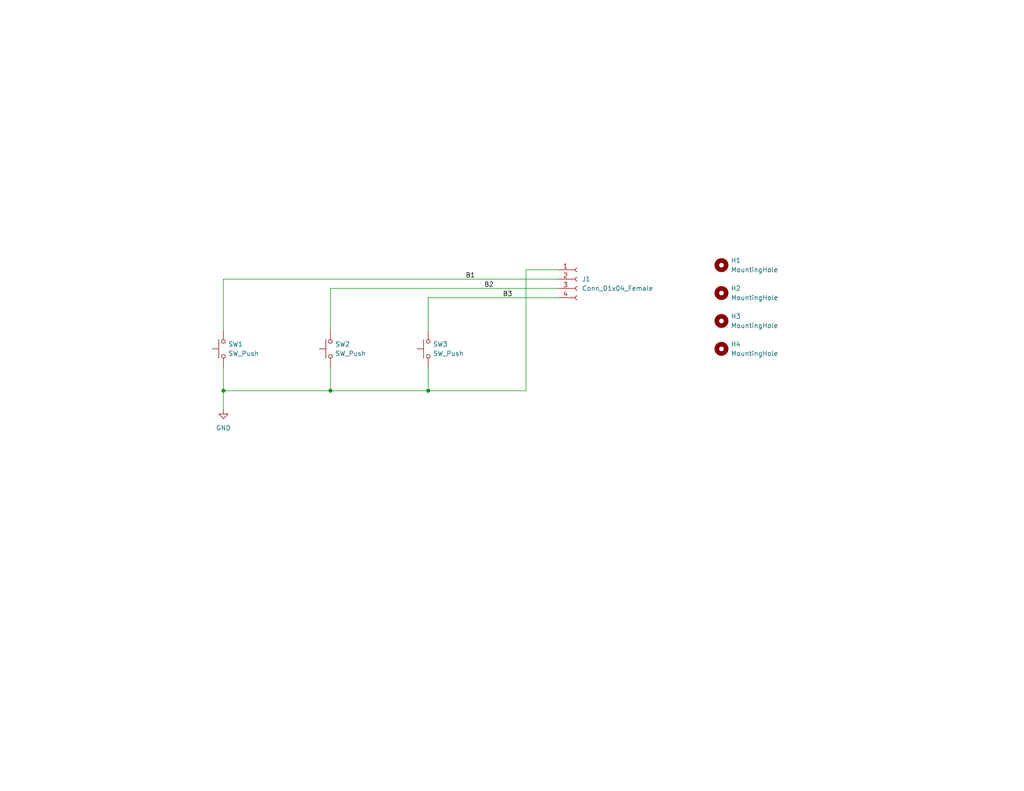
<source format=kicad_sch>
(kicad_sch (version 20211123) (generator eeschema)
  (paper "USLetter")
  (title_block (title "5 Band CW Tranceiver Button Board") (date "2022-03-24"))
  (lib_symbols
    (symbol "Connector:Conn_01x04_Female" (pin_names (offset 1.016) hide)
      (property "Reference" "J" (at 0 5.08 0))
      (property "Value" "Conn_01x04_Female" (at 0 -7.62 0))
      (symbol "Conn_01x04_Female_1_1"
        (arc (start 0 -4.572) (mid -0.508 -5.08) (end 0 -5.588) (stroke (width 0.1524)))
        (arc (start 0 -2.032) (mid -0.508 -2.54) (end 0 -3.048) (stroke (width 0.1524)))
        (polyline (pts (xy -1.27 -5.08) (xy -0.508 -5.08)) (stroke (width 0.1524)))
        (polyline (pts (xy -1.27 -2.54) (xy -0.508 -2.54)) (stroke (width 0.1524)))
        (polyline (pts (xy -1.27 0) (xy -0.508 0)) (stroke (width 0.1524)))
        (polyline (pts (xy -1.27 2.54) (xy -0.508 2.54)) (stroke (width 0.1524)))
        (arc (start 0 0.508) (mid -0.508 0) (end 0 -0.508) (stroke (width 0.1524)))
        (arc (start 0 3.048) (mid -0.508 2.54) (end 0 2.032) (stroke (width 0.1524)))
        (pin passive line (at -5.08 2.54 0) (length 3.81) (name "Pin_1") (number "1"))
        (pin passive line (at -5.08 0 0) (length 3.81) (name "Pin_2") (number "2"))
        (pin passive line (at -5.08 -2.54 0) (length 3.81) (name "Pin_3") (number "3"))
        (pin passive line (at -5.08 -5.08 0) (length 3.81) (name "Pin_4") (number "4"))
      )
    )
    (symbol "Mechanical:MountingHole" (pin_names (offset 1.016))
      (property "Reference" "H" (at 0 5.08 0))
      (property "Value" "MountingHole" (at 0 3.175 0))
      (symbol "MountingHole_0_1"
        (circle (center 0 0) (radius 1.27) (stroke (width 1.27)))
      )
    )
    (symbol "Switch:SW_Push" (pin_numbers hide) (pin_names (offset 1.016) hide)
      (property "Reference" "SW" (at 1.27 2.54 0))
      (property "Value" "SW_Push" (at 0 -1.524 0))
      (symbol "SW_Push_0_1"
        (circle (center -2.032 0) (radius 0.508))
        (polyline (pts (xy 0 1.27) (xy 0 3.048)))
        (polyline (pts (xy 2.54 1.27) (xy -2.54 1.27)))
        (circle (center 2.032 0) (radius 0.508))
        (pin passive line (at -5.08 0 0) (length 2.54) (name "1") (number "1"))
        (pin passive line (at 5.08 0 180) (length 2.54) (name "2") (number "2"))
      )
    )
    (symbol "power:GND" (power) (pin_names (offset 0))
      (property "Value" "GND" (at 0 -3.81 0))
      (symbol "GND_0_1"
        (polyline (pts (xy 0 0) (xy 0 -1.27) (xy 1.27 -1.27) (xy 0 -2.54) (xy -1.27 -1.27) (xy 0 -1.27)))
      )
      (symbol "GND_1_1"
        (pin power_in line (at 0 0 270) (length 0) hide (name "GND") (number "1"))
      )
    )
  )
  (junction (at 60.96 106.68))
  (junction (at 116.84 106.68))
  (junction (at 90.17 106.68))
  (wire (pts (xy 90.17 106.68) (xy 116.84 106.68)))
  (wire (pts (xy 116.84 90.17) (xy 116.84 81.28)))
  (wire (pts (xy 152.4 73.66) (xy 143.51 73.66)))
  (wire (pts (xy 116.84 100.33) (xy 116.84 106.68)))
  (wire (pts (xy 143.51 73.66) (xy 143.51 106.68)))
  (wire (pts (xy 143.51 106.68) (xy 116.84 106.68)))
  (wire (pts (xy 60.96 106.68) (xy 60.96 111.76)))
  (wire (pts (xy 90.17 100.33) (xy 90.17 106.68)))
  (wire (pts (xy 60.96 90.17) (xy 60.96 76.2)))
  (wire (pts (xy 90.17 78.74) (xy 152.4 78.74)))
  (wire (pts (xy 116.84 81.28) (xy 152.4 81.28)))
  (wire (pts (xy 90.17 90.17) (xy 90.17 78.74)))
  (wire (pts (xy 60.96 100.33) (xy 60.96 106.68)))
  (wire (pts (xy 60.96 76.2) (xy 152.4 76.2)))
  (wire (pts (xy 60.96 106.68) (xy 90.17 106.68)))
  (label "B1" (at 127 76.2 0))
  (label "B3" (at 137.16 81.28 0))
  (label "B2" (at 132.08 78.74 0))
  (symbol (lib_id "Switch:SW_Push") (at 116.84 95.25 90) (unit 1)
    (property "Reference" "SW3" (at 118.11 93.9799 90) (effects (justify right)))
    (property "Value" "SW_Push" (at 118.11 96.5199 90) (effects (justify right)))
    (property "Footprint" "Button_Switch_THT:SW_PUSH-12mm" (effects hide))
  )
  (symbol (lib_id "Mechanical:MountingHole") (at 196.85 87.63 0) (unit 1)
    (property "Reference" "H3" (at 199.39 86.3599 0) (effects (justify left)))
    (property "Value" "MountingHole" (at 199.39 88.8999 0) (effects (justify left)))
    (property "Footprint" "MountingHole:MountingHole_3.2mm_M3" (effects hide))
  )
  (symbol (lib_id "power:GND") (at 60.96 111.76 0) (unit 1)
    (property "Reference" "#PWR01" (effects hide))
    (property "Value" "GND" (at 60.96 116.84 0))
  )
  (symbol (lib_id "Mechanical:MountingHole") (at 196.85 80.01 0) (unit 1)
    (property "Reference" "H2" (at 199.39 78.7399 0) (effects (justify left)))
    (property "Value" "MountingHole" (at 199.39 81.2799 0) (effects (justify left)))
    (property "Footprint" "MountingHole:MountingHole_3.2mm_M3" (effects hide))
  )
  (symbol (lib_id "Mechanical:MountingHole") (at 196.85 95.25 0) (unit 1)
    (property "Reference" "H4" (at 199.39 93.9799 0) (effects (justify left)))
    (property "Value" "MountingHole" (at 199.39 96.5199 0) (effects (justify left)))
    (property "Footprint" "MountingHole:MountingHole_3.2mm_M3" (effects hide))
  )
  (symbol (lib_id "Switch:SW_Push") (at 90.17 95.25 90) (unit 1)
    (property "Reference" "SW2" (at 91.44 93.9799 90) (effects (justify right)))
    (property "Value" "SW_Push" (at 91.44 96.5199 90) (effects (justify right)))
    (property "Footprint" "Button_Switch_THT:SW_PUSH-12mm" (effects hide))
  )
  (symbol (lib_id "Connector:Conn_01x04_Female") (at 157.48 76.2 0) (unit 1)
    (property "Reference" "J1" (at 158.75 76.1999 0) (effects (justify left)))
    (property "Value" "Conn_01x04_Female" (at 158.75 78.7399 0) (effects (justify left)))
    (property "Footprint" "Connector_PinHeader_2.54mm:PinHeader_1x04_P2.54mm_Vertical" (effects hide))
  )
  (symbol (lib_id "Switch:SW_Push") (at 60.96 95.25 90) (unit 1)
    (property "Reference" "SW1" (at 62.23 93.9799 90) (effects (justify right)))
    (property "Value" "SW_Push" (at 62.23 96.5199 90) (effects (justify right)))
    (property "Footprint" "Button_Switch_THT:SW_PUSH-12mm" (effects hide))
  )
  (symbol (lib_id "Mechanical:MountingHole") (at 196.85 72.39 0) (unit 1)
    (property "Reference" "H1" (at 199.39 71.1199 0) (effects (justify left)))
    (property "Value" "MountingHole" (at 199.39 73.6599 0) (effects (justify left)))
    (property "Footprint" "MountingHole:MountingHole_3.2mm_M3" (effects hide))
  )
)
</source>
